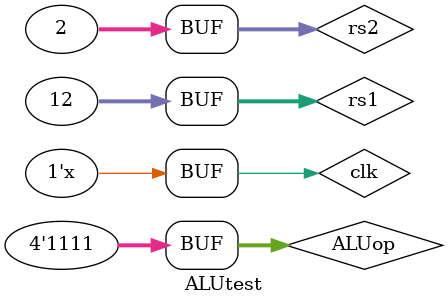
<source format=v>
module ALUtest();
//input [31:0] rs1;
//input [31:0] rs2;
//input [3:0] ALUop; //signal sent in VIA the control unit
//input clk;

//output reg [31:0] result;
wire [31:0] result;
reg [31:0] rs1;
reg [31:0] rs2;
reg [3:0] ALUop;
reg clk;

ALU testALU(rs1, rs2, ALUop, clk, result);

always begin
	#5 clk <= ~clk;
end

initial begin
	clk = 1;
	
	#5;
	rs1 <= 12;
	rs2 <= 18;
	ALUop <= 4'b1001; //add
	
	#10;
	rs1 <= 12;
	rs2 <= 18;
	ALUop <= 4'b0001; //sub
	
	#10;
	
	ALUop <= 4'b0010; //xor
	
	#10;
	
	ALUop <= 4'b0011; //or
	
	#10;
	
	ALUop <= 4'b0100; //and
	
	#10;
	
	rs2 <= 2;
	ALUop <= 4'b0101; //shift left by 2
	
	#10;
	
	ALUop <= 4'b1101; //shift right by 2.
	
	#10;
	
	ALUop <= 4'b1111; //expecting a value of 0 to test detault
	
	#10;
	
end

endmodule

</source>
